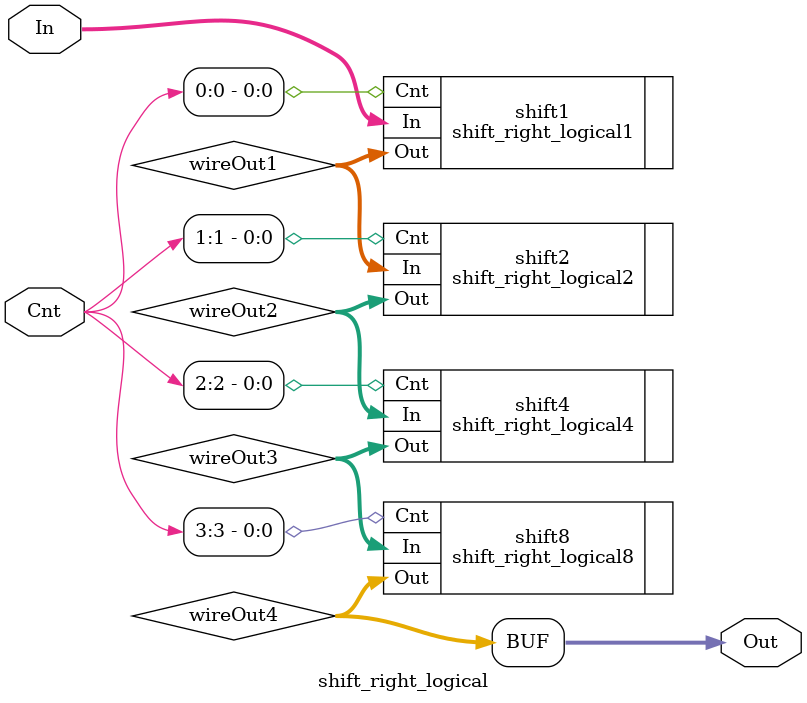
<source format=v>
module shift_right_logical(In, Cnt, Out);
    input [15:0] In;
    input [3:0] Cnt;
    output [15:0] Out;

    wire [15:0]wireOut1;        
    wire [15:0]wireOut2;
    wire [15:0]wireOut3;
    wire [15:0]wireOut4;

    //Shift right 1
    shift_right_logical1 shift1(.In(In), .Cnt(Cnt[0]), .Out(wireOut1));
    //Shift right 2
    shift_right_logical2 shift2(.In(wireOut1), .Cnt(Cnt[1]), .Out(wireOut2));
    //Shift right 4
    shift_right_logical4 shift4(.In(wireOut2), .Cnt(Cnt[2]), .Out(wireOut3));
    //Shift right 8
    shift_right_logical8 shift8(.In(wireOut3), .Cnt(Cnt[3]), .Out(wireOut4));    
    
    assign Out[15:0] = wireOut4[15:0];
    
endmodule

</source>
